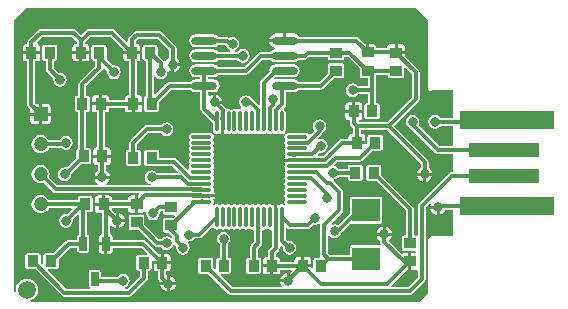
<source format=gtl>
G04 Layer_Physical_Order=1*
G04 Layer_Color=255*
%FSLAX25Y25*%
%MOIN*%
G70*
G01*
G75*
%ADD10R,0.03858X0.03661*%
%ADD11R,0.03661X0.03858*%
%ADD12R,0.09449X0.07480*%
%ADD13R,0.31496X0.05905*%
%ADD14R,0.23622X0.04724*%
%ADD15O,0.07087X0.01102*%
%ADD16O,0.01102X0.07087*%
%ADD17O,0.08661X0.02756*%
%ADD18R,0.02559X0.04528*%
%ADD19C,0.01200*%
%ADD20R,0.04724X0.04724*%
%ADD21C,0.04724*%
%ADD22C,0.03150*%
%ADD23C,0.05905*%
G36*
X116357Y86268D02*
Y83669D01*
X116411Y83396D01*
X116566Y83165D01*
X116798Y83010D01*
X117071Y82956D01*
X119206D01*
Y80326D01*
X115850D01*
X115640Y80640D01*
X114888Y81143D01*
X114000Y81319D01*
X113112Y81143D01*
X112360Y80640D01*
X111857Y79888D01*
X111681Y79000D01*
X111857Y78112D01*
X112360Y77360D01*
X113112Y76857D01*
X114000Y76681D01*
X114888Y76857D01*
X115640Y77360D01*
X115850Y77675D01*
X119206D01*
Y74643D01*
X118701D01*
X118428Y74589D01*
X118196Y74434D01*
X118041Y74202D01*
X117987Y73929D01*
Y70071D01*
X118041Y69798D01*
X118196Y69566D01*
X118428Y69411D01*
X118701Y69357D01*
X122362D01*
X122635Y69411D01*
X122867Y69566D01*
X123022Y69798D01*
X123076Y70071D01*
Y73929D01*
X123022Y74202D01*
X122867Y74434D01*
X122635Y74589D01*
X122362Y74643D01*
X121857D01*
Y79000D01*
Y83969D01*
X122000Y84143D01*
X125857D01*
Y83638D01*
X125911Y83365D01*
X126066Y83133D01*
X126298Y82978D01*
X126571Y82924D01*
X130429D01*
X130702Y82978D01*
X130934Y83133D01*
X131088Y83365D01*
X131143Y83638D01*
Y86361D01*
X131605Y86552D01*
X133675Y84483D01*
Y76549D01*
X125451Y68326D01*
X116226D01*
X116014Y68551D01*
X116231Y69051D01*
X116299D01*
X116689Y69129D01*
X117020Y69350D01*
X117241Y69681D01*
X117319Y70071D01*
Y71500D01*
X111618D01*
Y70071D01*
X111696Y69681D01*
X111917Y69350D01*
X112248Y69129D01*
X112638Y69051D01*
X113143D01*
Y68032D01*
X113244Y67524D01*
X113531Y67094D01*
X114143Y66483D01*
Y64449D01*
X113638D01*
X113248Y64371D01*
X112917Y64150D01*
X112696Y63819D01*
X112618Y63429D01*
Y62826D01*
X110500D01*
X109993Y62725D01*
X109563Y62437D01*
X104194Y57069D01*
X102597D01*
X102405Y57531D01*
X103129Y58254D01*
X103500Y58181D01*
X104388Y58357D01*
X105140Y58860D01*
X105643Y59612D01*
X105819Y60500D01*
X105643Y61388D01*
X105140Y62140D01*
X104388Y62643D01*
X103500Y62819D01*
X102890Y62698D01*
X102643Y63159D01*
X103937Y64453D01*
X104225Y64883D01*
X104270Y65113D01*
X104640Y65360D01*
X105143Y66112D01*
X105319Y67000D01*
X105143Y67888D01*
X104640Y68640D01*
X103888Y69143D01*
X103000Y69319D01*
X102112Y69143D01*
X101360Y68640D01*
X100857Y67888D01*
X100681Y67000D01*
X100857Y66112D01*
X101254Y65518D01*
X100052Y64317D01*
X99409Y64380D01*
X99394Y64402D01*
X98980Y64679D01*
X98492Y64776D01*
X92508D01*
X92020Y64679D01*
X91722Y64480D01*
X91362Y64840D01*
X91561Y65138D01*
X91658Y65626D01*
Y71610D01*
X91561Y72098D01*
X91284Y72512D01*
X91262Y72527D01*
X91199Y73171D01*
X91437Y73409D01*
X91725Y73839D01*
X91825Y74346D01*
Y78381D01*
X94339D01*
X95149Y78543D01*
X95837Y79002D01*
X95952Y79175D01*
X103532D01*
X104039Y79275D01*
X104469Y79563D01*
X107830Y82924D01*
X110429D01*
X110702Y82978D01*
X110934Y83133D01*
X111089Y83365D01*
X111143Y83638D01*
Y87299D01*
X111089Y87572D01*
X110934Y87804D01*
X110702Y87959D01*
X110429Y88013D01*
X106571D01*
X106298Y87959D01*
X106066Y87804D01*
X105912Y87572D01*
X105857Y87299D01*
Y84700D01*
X102982Y81826D01*
X95952D01*
X95837Y81998D01*
X95149Y82457D01*
X94339Y82619D01*
X88433D01*
X88143Y82561D01*
X87896Y83022D01*
X88285Y83411D01*
X88433Y83381D01*
X94339D01*
X95149Y83543D01*
X95837Y84002D01*
X96296Y84689D01*
X96457Y85500D01*
X96296Y86311D01*
X95837Y86998D01*
X95149Y87457D01*
X94339Y87619D01*
X88433D01*
X87622Y87457D01*
X86935Y86998D01*
X86476Y86311D01*
X86314Y85500D01*
X86366Y85241D01*
X83539Y82414D01*
X83252Y81984D01*
X83151Y81476D01*
Y74144D01*
X82689Y73953D01*
X80705Y75937D01*
X80533Y76052D01*
X80140Y76640D01*
X79388Y77143D01*
X78500Y77319D01*
X77612Y77143D01*
X76860Y76640D01*
X76357Y75888D01*
X76181Y75000D01*
X76357Y74112D01*
X76860Y73360D01*
X76893Y73338D01*
X76698Y72867D01*
X76602Y72886D01*
X76114Y72789D01*
X76002Y72714D01*
X75618Y72548D01*
X75234Y72714D01*
X75122Y72789D01*
X74634Y72886D01*
X74146Y72789D01*
X73732Y72512D01*
X73567D01*
X73154Y72789D01*
X72665Y72886D01*
X72177Y72789D01*
X71732Y73093D01*
X71634Y73240D01*
X70513Y74361D01*
X70531Y74500D01*
X68000D01*
Y75000D01*
X67500D01*
Y77531D01*
X67328Y77508D01*
X66702Y77249D01*
X66440Y77048D01*
X65940Y77295D01*
Y78381D01*
X67567D01*
X68378Y78543D01*
X69065Y79002D01*
X69524Y79689D01*
X69686Y80500D01*
X69524Y81311D01*
X69065Y81998D01*
X68378Y82457D01*
X67567Y82619D01*
X65940D01*
Y83381D01*
X67567D01*
X68378Y83543D01*
X69065Y84002D01*
X69180Y84175D01*
X78500D01*
X79007Y84275D01*
X79437Y84563D01*
X84049Y89174D01*
X86820D01*
X86935Y89002D01*
X87622Y88543D01*
X88433Y88381D01*
X94339D01*
X95149Y88543D01*
X95837Y89002D01*
X95952Y89174D01*
X98000D01*
X98507Y89275D01*
X98937Y89563D01*
X99581Y90206D01*
X105857D01*
Y89701D01*
X105912Y89428D01*
X106066Y89196D01*
X106298Y89041D01*
X106571Y88987D01*
X110429D01*
X110702Y89041D01*
X110934Y89196D01*
X111089Y89428D01*
X111143Y89701D01*
Y90206D01*
X112419D01*
X116357Y86268D01*
D02*
G37*
G36*
X139000Y102500D02*
Y79500D01*
X140000Y78500D01*
X140500Y79000D01*
X147500D01*
Y69826D01*
X143350D01*
X143140Y70140D01*
X142388Y70643D01*
X141500Y70819D01*
X140612Y70643D01*
X139860Y70140D01*
X139357Y69388D01*
X139181Y68500D01*
X139357Y67612D01*
X139860Y66860D01*
X140612Y66357D01*
X141500Y66181D01*
X142388Y66357D01*
X143140Y66860D01*
X143350Y67175D01*
X147500D01*
Y60325D01*
X143049D01*
X135990Y67384D01*
X136143Y67612D01*
X136319Y68500D01*
X136143Y69388D01*
X135640Y70140D01*
X134888Y70643D01*
X134000Y70819D01*
X133112Y70643D01*
X132360Y70140D01*
X131857Y69388D01*
X131681Y68500D01*
X131857Y67612D01*
X132360Y66860D01*
X133112Y66357D01*
X133307Y66319D01*
X141563Y58063D01*
X141993Y57775D01*
X142500Y57674D01*
X147500D01*
Y51825D01*
X147000D01*
X146493Y51725D01*
X146063Y51437D01*
X136063Y41437D01*
X135775Y41007D01*
X135675Y40500D01*
Y30807D01*
X135210Y30526D01*
X135175Y30527D01*
X134929Y30576D01*
X134326D01*
Y39531D01*
X134225Y40039D01*
X133937Y40469D01*
X123576Y50830D01*
Y53429D01*
X123522Y53702D01*
X123367Y53934D01*
X123135Y54088D01*
X122862Y54143D01*
X119201D01*
X118928Y54088D01*
X118696Y53934D01*
X118541Y53702D01*
X118487Y53429D01*
Y49571D01*
X118541Y49298D01*
X118696Y49066D01*
X118928Y48911D01*
X119201Y48857D01*
X121800D01*
X131675Y38982D01*
Y30576D01*
X131071D01*
X130798Y30522D01*
X130566Y30367D01*
X130412Y30135D01*
X130357Y29862D01*
Y26201D01*
X130412Y25928D01*
X130566Y25696D01*
X130798Y25541D01*
X131071Y25487D01*
X134903D01*
X134944Y25474D01*
X135303Y25150D01*
X134929Y24819D01*
X133500D01*
Y21969D01*
Y19118D01*
X134929D01*
X135175Y19167D01*
X135572Y18937D01*
X135675Y18832D01*
Y16549D01*
X132451Y13326D01*
X126939D01*
X126732Y13826D01*
X132024Y19118D01*
X132500D01*
Y21969D01*
Y24819D01*
X131071D01*
X130681Y24741D01*
X130352Y24522D01*
X126251Y28624D01*
X126283Y29123D01*
X126336Y29164D01*
X126749Y29702D01*
X127008Y30328D01*
X127031Y30500D01*
X121969D01*
X121992Y30328D01*
X122251Y29702D01*
X122664Y29164D01*
X123175Y28772D01*
Y28500D01*
X123275Y27993D01*
X123415Y27784D01*
X123315Y27537D01*
X123129Y27312D01*
X113776D01*
X113503Y27258D01*
X113271Y27103D01*
X113116Y26871D01*
X113062Y26598D01*
Y24184D01*
X106407D01*
X105825Y24766D01*
Y30260D01*
X106325Y30412D01*
X106360Y30360D01*
X107112Y29857D01*
X108000Y29681D01*
X108888Y29857D01*
X109640Y30360D01*
X110143Y31112D01*
X110181Y31307D01*
X113486Y34611D01*
X113503Y34600D01*
X113776Y34546D01*
X123224D01*
X123497Y34600D01*
X123729Y34755D01*
X123884Y34987D01*
X123938Y35260D01*
Y42740D01*
X123884Y43013D01*
X123729Y43245D01*
X123497Y43400D01*
X123224Y43454D01*
X113776D01*
X113503Y43400D01*
X113271Y43245D01*
X113116Y43013D01*
X113062Y42740D01*
Y37936D01*
X109116Y33990D01*
X108888Y34143D01*
X108000Y34319D01*
X107252Y34171D01*
X106993Y34619D01*
X110437Y38063D01*
X110725Y38493D01*
X110826Y39000D01*
Y45000D01*
X110725Y45507D01*
X110437Y45937D01*
X107670Y48705D01*
X107834Y49247D01*
X108388Y49357D01*
X109140Y49860D01*
X109350Y50174D01*
X112424D01*
Y49571D01*
X112478Y49298D01*
X112633Y49066D01*
X112865Y48911D01*
X113138Y48857D01*
X116799D01*
X117072Y48911D01*
X117304Y49066D01*
X117459Y49298D01*
X117513Y49571D01*
Y53429D01*
X117459Y53702D01*
X117304Y53934D01*
X117072Y54088D01*
X116799Y54143D01*
X113138D01*
X112865Y54088D01*
X112633Y53934D01*
X112478Y53702D01*
X112424Y53429D01*
Y52825D01*
X109350D01*
X109140Y53140D01*
X108388Y53643D01*
X108127Y53695D01*
X107982Y54173D01*
X108983Y55174D01*
X116532D01*
X117039Y55275D01*
X117469Y55563D01*
X120763Y58857D01*
X123362D01*
X123635Y58912D01*
X123867Y59066D01*
X124022Y59298D01*
X124076Y59571D01*
Y63429D01*
X124022Y63702D01*
X123867Y63934D01*
X123635Y64088D01*
X123362Y64143D01*
X119701D01*
X119428Y64088D01*
X119196Y63934D01*
X119041Y63702D01*
X118987Y63429D01*
Y61071D01*
X118819Y60945D01*
X118708Y61000D01*
X115469D01*
Y62000D01*
X118319D01*
Y63429D01*
X118241Y63819D01*
X118020Y64150D01*
X117689Y64371D01*
X117299Y64449D01*
X116794D01*
Y65675D01*
X125451D01*
X136674Y54451D01*
Y53228D01*
X136164Y52836D01*
X135751Y52298D01*
X135492Y51672D01*
X135469Y51500D01*
X140531D01*
X140508Y51672D01*
X140249Y52298D01*
X139836Y52836D01*
X139325Y53228D01*
Y55000D01*
X139225Y55507D01*
X138937Y55937D01*
X127875Y67000D01*
X135937Y75063D01*
X136225Y75493D01*
X136326Y76000D01*
Y85031D01*
X136225Y85539D01*
X135937Y85969D01*
X131449Y90457D01*
Y91031D01*
X128500D01*
Y91531D01*
X128000D01*
Y94382D01*
X126571D01*
X126181Y94304D01*
X125850Y94083D01*
X125629Y93752D01*
X125551Y93362D01*
Y92888D01*
X121949D01*
Y93394D01*
X121871Y93784D01*
X121650Y94115D01*
X121319Y94336D01*
X120929Y94413D01*
X119500D01*
Y91563D01*
X118500D01*
Y94413D01*
X118024D01*
X116000Y96437D01*
X115570Y96725D01*
X115063Y96825D01*
X96313D01*
X96053Y97214D01*
X95266Y97740D01*
X94339Y97925D01*
X91886D01*
Y95500D01*
X91386D01*
Y95000D01*
X86108D01*
X86193Y94572D01*
X86719Y93786D01*
X87505Y93260D01*
X88300Y93102D01*
Y92592D01*
X87622Y92457D01*
X86935Y91998D01*
X86820Y91825D01*
X83500D01*
X82993Y91725D01*
X82563Y91437D01*
X77951Y86826D01*
X69180D01*
X69065Y86998D01*
X68378Y87457D01*
X67567Y87619D01*
X61661D01*
X60851Y87457D01*
X60163Y86998D01*
X59704Y86311D01*
X59543Y85500D01*
X59704Y84689D01*
X60163Y84002D01*
X60851Y83543D01*
X61661Y83381D01*
X63289D01*
Y82619D01*
X61661D01*
X60851Y82457D01*
X60163Y81998D01*
X60048Y81826D01*
X53031D01*
X52524Y81725D01*
X52094Y81437D01*
X48287Y77630D01*
X47826Y77822D01*
Y83260D01*
X48325Y83412D01*
X48360Y83360D01*
X49112Y82857D01*
X50000Y82681D01*
X50888Y82857D01*
X51640Y83360D01*
X52143Y84112D01*
X52305Y84925D01*
X52494Y85081D01*
X52786Y85216D01*
X53328Y84992D01*
X53500Y84969D01*
Y87500D01*
X54000D01*
Y88000D01*
X56531D01*
X56508Y88172D01*
X56249Y88798D01*
X55836Y89336D01*
X55326Y89728D01*
Y93000D01*
X55225Y93507D01*
X54937Y93937D01*
X50437Y98437D01*
X50007Y98725D01*
X49500Y98826D01*
X42000D01*
X41493Y98725D01*
X41063Y98437D01*
X39500Y96874D01*
X39212Y96444D01*
X39112Y95937D01*
Y95353D01*
X38650Y95162D01*
X34874Y98937D01*
X34444Y99225D01*
X33937Y99326D01*
X26000D01*
X25493Y99225D01*
X25063Y98937D01*
X23500Y97374D01*
X21937Y98937D01*
X21507Y99225D01*
X21000Y99326D01*
X10000D01*
X9493Y99225D01*
X9063Y98937D01*
X6031Y95906D01*
X5744Y95476D01*
X5643Y94968D01*
Y94449D01*
X5138D01*
X4748Y94371D01*
X4417Y94150D01*
X4196Y93819D01*
X4118Y93429D01*
Y92000D01*
X9819D01*
Y93429D01*
X9741Y93819D01*
X9520Y94150D01*
X9189Y94371D01*
X8992Y94410D01*
X8793Y94919D01*
X10549Y96675D01*
X20451D01*
X22111Y95014D01*
Y94449D01*
X21606D01*
X21216Y94371D01*
X20885Y94150D01*
X20664Y93819D01*
X20587Y93429D01*
Y92000D01*
X26287D01*
Y93429D01*
X26210Y93819D01*
X25989Y94150D01*
X25658Y94371D01*
X25268Y94449D01*
X24909D01*
X24823Y94949D01*
X26549Y96675D01*
X33388D01*
X37587Y92476D01*
Y92000D01*
X43287D01*
Y93429D01*
X43210Y93819D01*
X42989Y94150D01*
X42658Y94371D01*
X42268Y94449D01*
X41763D01*
Y95388D01*
X42549Y96175D01*
X48951D01*
X52675Y92451D01*
Y89728D01*
X52164Y89336D01*
X51751Y88798D01*
X51688Y88646D01*
X51591Y88617D01*
X51141Y88632D01*
X50937Y88937D01*
X49044Y90830D01*
Y93429D01*
X48990Y93702D01*
X48835Y93934D01*
X48604Y94089D01*
X48331Y94143D01*
X44669D01*
X44396Y94089D01*
X44165Y93934D01*
X44010Y93702D01*
X43956Y93429D01*
Y89571D01*
X44010Y89298D01*
X44165Y89066D01*
X44396Y88911D01*
X44669Y88857D01*
X45175D01*
Y77138D01*
X44928Y77088D01*
X44696Y76934D01*
X44541Y76702D01*
X44487Y76429D01*
Y72571D01*
X44541Y72298D01*
X44696Y72066D01*
X44928Y71912D01*
X45201Y71857D01*
X48862D01*
X49135Y71912D01*
X49367Y72066D01*
X49522Y72298D01*
X49576Y72571D01*
Y75170D01*
X53580Y79175D01*
X60048D01*
X60163Y79002D01*
X60851Y78543D01*
X61661Y78381D01*
X63289D01*
Y72732D01*
X63390Y72225D01*
X63677Y71795D01*
X67453Y68019D01*
Y65626D01*
X67550Y65138D01*
X67749Y64840D01*
X67388Y64480D01*
X67090Y64679D01*
X66602Y64776D01*
X60618D01*
X60130Y64679D01*
X59716Y64402D01*
X59439Y63988D01*
X59342Y63500D01*
X59439Y63012D01*
X59716Y62598D01*
Y62433D01*
X59439Y62020D01*
X59342Y61532D01*
X59439Y61043D01*
X59716Y60629D01*
Y60465D01*
X59439Y60051D01*
X59342Y59563D01*
X59439Y59075D01*
X59716Y58661D01*
Y58496D01*
X59439Y58083D01*
X59342Y57595D01*
X59439Y57106D01*
X59716Y56692D01*
Y56528D01*
X59439Y56114D01*
X59342Y55626D01*
X59439Y55138D01*
X59716Y54724D01*
Y54559D01*
X59439Y54146D01*
X59342Y53658D01*
X59439Y53169D01*
X59514Y53057D01*
X59569Y52931D01*
X59403Y52619D01*
X58838Y52536D01*
X55437Y55937D01*
X55007Y56225D01*
X54500Y56326D01*
X49576D01*
Y58429D01*
X49522Y58702D01*
X49367Y58934D01*
X49135Y59088D01*
X48862Y59143D01*
X45201D01*
X44928Y59088D01*
X44696Y58934D01*
X44541Y58702D01*
X44487Y58429D01*
Y54571D01*
X44541Y54298D01*
X44696Y54066D01*
X44928Y53912D01*
X45201Y53857D01*
X47902D01*
X48024Y53775D01*
X48531Y53675D01*
X53951D01*
X55838Y51787D01*
X55647Y51326D01*
X48850D01*
X48640Y51640D01*
X47888Y52143D01*
X47000Y52319D01*
X46112Y52143D01*
X45360Y51640D01*
X44857Y50888D01*
X44681Y50000D01*
X44857Y49112D01*
X45360Y48360D01*
X46112Y47857D01*
X46771Y47726D01*
X46721Y47226D01*
X31839D01*
X31739Y47726D01*
X31798Y47751D01*
X32336Y48164D01*
X32749Y48702D01*
X33009Y49328D01*
X33031Y49500D01*
X27969D01*
X27992Y49328D01*
X28251Y48702D01*
X28664Y48164D01*
X29201Y47751D01*
X29261Y47726D01*
X29162Y47226D01*
X15648D01*
X12893Y49982D01*
X12983Y50201D01*
X13089Y51000D01*
X12983Y51799D01*
X12675Y52544D01*
X12184Y53184D01*
X11544Y53675D01*
X10799Y53983D01*
X10000Y54089D01*
X9201Y53983D01*
X8456Y53675D01*
X7816Y53184D01*
X7325Y52544D01*
X7017Y51799D01*
X6911Y51000D01*
X7017Y50201D01*
X7325Y49456D01*
X7816Y48816D01*
X8456Y48325D01*
X9201Y48017D01*
X10000Y47911D01*
X10799Y48017D01*
X11018Y48107D01*
X14162Y44963D01*
X14592Y44676D01*
X15099Y44575D01*
X42686D01*
X42933Y44075D01*
X42786Y43882D01*
X42500D01*
Y41032D01*
Y38181D01*
X43929D01*
X44319Y38259D01*
X44650Y38480D01*
X44815Y38727D01*
X45287Y38532D01*
X45181Y38000D01*
X45357Y37112D01*
X45860Y36360D01*
X46612Y35857D01*
X47500Y35681D01*
X48388Y35857D01*
X49140Y36360D01*
X49643Y37112D01*
X49819Y38000D01*
X49761Y38294D01*
X50098Y38675D01*
X50857D01*
Y38169D01*
X50911Y37896D01*
X51066Y37665D01*
X51298Y37510D01*
X51571Y37456D01*
X54491D01*
X54682Y36994D01*
X54170Y36481D01*
X51571D01*
X51298Y36427D01*
X51066Y36272D01*
X50911Y36041D01*
X50857Y35768D01*
Y32106D01*
X50911Y31833D01*
X51066Y31602D01*
X51298Y31447D01*
X51571Y31393D01*
X52733D01*
X53935Y30190D01*
X53904Y30065D01*
X53333Y29845D01*
X52888Y30143D01*
X52000Y30319D01*
X51112Y30143D01*
X50360Y29640D01*
X50150Y29326D01*
X49518D01*
X44643Y34200D01*
Y36799D01*
X44589Y37072D01*
X44434Y37304D01*
X44202Y37459D01*
X43929Y37513D01*
X40071D01*
X39798Y37459D01*
X39566Y37304D01*
X39412Y37072D01*
X39357Y36799D01*
Y33138D01*
X39412Y32865D01*
X39566Y32633D01*
X39798Y32478D01*
X40071Y32424D01*
X42670D01*
X48031Y27063D01*
X48461Y26775D01*
X48968Y26675D01*
X50150D01*
X50360Y26360D01*
X51112Y25857D01*
X52000Y25681D01*
X52888Y25857D01*
X53640Y26360D01*
X54143Y27112D01*
X54186Y27330D01*
X54723Y27468D01*
X55265Y26926D01*
X55181Y26500D01*
X55357Y25612D01*
X55860Y24860D01*
X56612Y24357D01*
X57500Y24181D01*
X58388Y24357D01*
X59140Y24860D01*
X59643Y25612D01*
X59819Y26500D01*
X59643Y27388D01*
X59140Y28140D01*
X59136Y28143D01*
X59331Y28614D01*
X59625Y28555D01*
X60513Y28732D01*
X61265Y29235D01*
X61475Y29549D01*
X62875D01*
X63382Y29650D01*
X63812Y29938D01*
X67086Y33211D01*
X67662Y33080D01*
X67826Y32834D01*
X68240Y32558D01*
X68728Y32460D01*
X69217Y32558D01*
X69328Y32632D01*
X69713Y32799D01*
X70097Y32632D01*
X70209Y32558D01*
X70697Y32460D01*
X71185Y32558D01*
X71297Y32632D01*
X71681Y32799D01*
X72065Y32632D01*
X72177Y32558D01*
X72665Y32460D01*
X73154Y32558D01*
X73567Y32834D01*
X73732D01*
X74146Y32558D01*
X74634Y32460D01*
X75122Y32558D01*
X75234Y32632D01*
X75618Y32799D01*
X76002Y32632D01*
X76114Y32558D01*
X76602Y32460D01*
X77091Y32558D01*
X77202Y32632D01*
X77587Y32799D01*
X77971Y32632D01*
X78083Y32558D01*
X78571Y32460D01*
X79059Y32558D01*
X79171Y32632D01*
X79555Y32799D01*
X79939Y32632D01*
X80051Y32558D01*
X80539Y32460D01*
X80682Y32489D01*
X81182Y32105D01*
Y28557D01*
X80063Y27437D01*
X79775Y27007D01*
X79675Y26500D01*
Y23143D01*
X79169D01*
X78896Y23088D01*
X78665Y22934D01*
X78510Y22702D01*
X78456Y22429D01*
Y18571D01*
X78510Y18298D01*
X78665Y18066D01*
X78896Y17911D01*
X79169Y17857D01*
X82831D01*
X83104Y17911D01*
X83335Y18066D01*
X83490Y18298D01*
X83544Y18571D01*
Y22429D01*
X83490Y22702D01*
X83335Y22934D01*
X83104Y23088D01*
X82831Y23143D01*
X82326D01*
Y25951D01*
X83445Y27071D01*
X83732Y27501D01*
X83833Y28008D01*
Y32105D01*
X84333Y32489D01*
X84476Y32460D01*
X84965Y32558D01*
X85076Y32632D01*
X85461Y32799D01*
X85845Y32632D01*
X85957Y32558D01*
X86445Y32460D01*
X86588Y32489D01*
X87088Y32105D01*
Y26962D01*
X86126Y26000D01*
X85838Y25570D01*
X85738Y25063D01*
Y23449D01*
X85232D01*
X84842Y23371D01*
X84511Y23150D01*
X84290Y22819D01*
X84213Y22429D01*
Y21000D01*
X87063D01*
Y20500D01*
X87563D01*
Y17551D01*
X88894D01*
X89284Y17629D01*
X89615Y17850D01*
X89836Y18181D01*
X89913Y18571D01*
Y19174D01*
X93584D01*
X93775Y18713D01*
X93083Y18020D01*
X93000Y18031D01*
Y15500D01*
X92500D01*
Y15000D01*
X89969D01*
X89991Y14828D01*
X90251Y14201D01*
X90539Y13826D01*
X90325Y13326D01*
X74049D01*
X69979Y17395D01*
X70171Y17857D01*
X72894D01*
X73167Y17911D01*
X73398Y18066D01*
X73553Y18298D01*
X73607Y18571D01*
Y22429D01*
X73553Y22702D01*
X73398Y22934D01*
X73167Y23088D01*
X72894Y23143D01*
X72325D01*
Y27650D01*
X72640Y27860D01*
X73143Y28612D01*
X73319Y29500D01*
X73143Y30388D01*
X72640Y31140D01*
X71888Y31643D01*
X71000Y31819D01*
X70112Y31643D01*
X69360Y31140D01*
X68857Y30388D01*
X68681Y29500D01*
X68857Y28612D01*
X69360Y27860D01*
X69674Y27650D01*
Y23143D01*
X69232D01*
X68959Y23088D01*
X68728Y22934D01*
X68573Y22702D01*
X68519Y22429D01*
Y19509D01*
X68057Y19318D01*
X67544Y19830D01*
Y22429D01*
X67490Y22702D01*
X67335Y22934D01*
X67104Y23088D01*
X66831Y23143D01*
X63169D01*
X62896Y23088D01*
X62665Y22934D01*
X62510Y22702D01*
X62456Y22429D01*
Y18571D01*
X62510Y18298D01*
X62665Y18066D01*
X62896Y17911D01*
X63169Y17857D01*
X65768D01*
X72563Y11063D01*
X72993Y10775D01*
X73500Y10674D01*
X133000D01*
X133507Y10775D01*
X133937Y11063D01*
X137937Y15063D01*
X138225Y15493D01*
X138326Y16000D01*
Y39951D01*
X139736Y41361D01*
X140159Y41078D01*
X139991Y40672D01*
X139969Y40500D01*
X142500D01*
Y40000D01*
X143000D01*
Y37469D01*
X143172Y37492D01*
X143798Y37751D01*
X144336Y38164D01*
X144749Y38702D01*
X144945Y39175D01*
X147500D01*
Y30500D01*
X140000D01*
X139000Y29500D01*
Y11500D01*
X136000Y8500D01*
X6695D01*
X6595Y9000D01*
X7342Y9309D01*
X8105Y9895D01*
X8691Y10658D01*
X9059Y11546D01*
X9184Y12500D01*
X9059Y13454D01*
X8691Y14342D01*
X8105Y15105D01*
X7342Y15691D01*
X6454Y16059D01*
X5500Y16184D01*
X4546Y16059D01*
X3658Y15691D01*
X2895Y15105D01*
X2309Y14342D01*
X1941Y13454D01*
X1816Y12500D01*
X1908Y11799D01*
X1434Y11566D01*
X1000Y12000D01*
Y102500D01*
X5000Y106500D01*
X135000D01*
X139000Y102500D01*
D02*
G37*
G36*
X71197Y64144D02*
X71302Y64165D01*
X71815Y64508D01*
X71899Y64633D01*
X72177Y64447D01*
X72665Y64350D01*
X73154Y64447D01*
X73567Y64724D01*
X73732D01*
X74146Y64447D01*
X74634Y64350D01*
X75122Y64447D01*
X75234Y64522D01*
X75618Y64688D01*
X76002Y64522D01*
X76114Y64447D01*
X76602Y64350D01*
X77091Y64447D01*
X77202Y64522D01*
X77587Y64688D01*
X77971Y64522D01*
X78083Y64447D01*
X78571Y64350D01*
X79059Y64447D01*
X79171Y64522D01*
X79555Y64688D01*
X79939Y64522D01*
X80051Y64447D01*
X80539Y64350D01*
X81028Y64447D01*
X81139Y64522D01*
X81524Y64688D01*
X81908Y64522D01*
X82020Y64447D01*
X82508Y64350D01*
X82996Y64447D01*
X83410Y64724D01*
X83574D01*
X83988Y64447D01*
X84476Y64350D01*
X84965Y64447D01*
X85378Y64724D01*
X85543D01*
X85957Y64447D01*
X86445Y64350D01*
X86933Y64447D01*
X87347Y64724D01*
X87511D01*
X87925Y64447D01*
X88413Y64350D01*
X88902Y64447D01*
X89013Y64522D01*
X89398Y64688D01*
X89782Y64522D01*
X89894Y64447D01*
X90382Y64350D01*
X90870Y64447D01*
X91168Y64646D01*
X91528Y64286D01*
X91329Y63988D01*
X91232Y63500D01*
X91329Y63012D01*
X91606Y62598D01*
Y62433D01*
X91329Y62020D01*
X91232Y61532D01*
X91329Y61043D01*
X91404Y60931D01*
X91570Y60547D01*
X91404Y60163D01*
X91329Y60051D01*
X91232Y59563D01*
X91329Y59075D01*
X91404Y58963D01*
X91570Y58579D01*
X91404Y58195D01*
X91329Y58083D01*
X91232Y57595D01*
X91329Y57106D01*
X91515Y56828D01*
X91390Y56744D01*
X91047Y56231D01*
X91026Y56126D01*
X95500D01*
Y55126D01*
X91026D01*
X91047Y55021D01*
X91390Y54508D01*
X91515Y54424D01*
X91329Y54146D01*
X91232Y53658D01*
X91329Y53169D01*
X91404Y53057D01*
X91570Y52673D01*
X91404Y52289D01*
X91329Y52177D01*
X91232Y51689D01*
X91329Y51201D01*
X91606Y50787D01*
Y50622D01*
X91329Y50209D01*
X91232Y49720D01*
X91329Y49232D01*
X91404Y49121D01*
X91570Y48736D01*
X91404Y48352D01*
X91329Y48240D01*
X91232Y47752D01*
X91329Y47264D01*
X91404Y47152D01*
X91570Y46768D01*
X91404Y46383D01*
X91329Y46272D01*
X91232Y45783D01*
X91329Y45295D01*
X91404Y45184D01*
X91570Y44799D01*
X91404Y44415D01*
X91329Y44303D01*
X91232Y43815D01*
X91329Y43327D01*
X91404Y43215D01*
X91570Y42831D01*
X91404Y42446D01*
X91329Y42335D01*
X91232Y41846D01*
X91329Y41358D01*
X91528Y41061D01*
X91168Y40700D01*
X90870Y40899D01*
X90382Y40996D01*
X89894Y40899D01*
X89616Y40713D01*
X89532Y40839D01*
X89019Y41182D01*
X88913Y41203D01*
Y36728D01*
X87913D01*
Y41203D01*
X87808Y41182D01*
X87295Y40839D01*
X87211Y40713D01*
X86933Y40899D01*
X86445Y40996D01*
X85957Y40899D01*
X85845Y40824D01*
X85461Y40658D01*
X85076Y40824D01*
X84965Y40899D01*
X84476Y40996D01*
X83988Y40899D01*
X83876Y40824D01*
X83492Y40658D01*
X83108Y40824D01*
X82996Y40899D01*
X82508Y40996D01*
X82020Y40899D01*
X81908Y40824D01*
X81524Y40658D01*
X81139Y40824D01*
X81028Y40899D01*
X80539Y40996D01*
X80051Y40899D01*
X79939Y40824D01*
X79555Y40658D01*
X79171Y40824D01*
X79059Y40899D01*
X78571Y40996D01*
X78083Y40899D01*
X77971Y40824D01*
X77587Y40658D01*
X77202Y40824D01*
X77091Y40899D01*
X76602Y40996D01*
X76114Y40899D01*
X76002Y40824D01*
X75618Y40658D01*
X75234Y40824D01*
X75122Y40899D01*
X74634Y40996D01*
X74146Y40899D01*
X73732Y40622D01*
X73567D01*
X73154Y40899D01*
X72665Y40996D01*
X72177Y40899D01*
X72065Y40824D01*
X71681Y40658D01*
X71297Y40824D01*
X71185Y40899D01*
X70697Y40996D01*
X70209Y40899D01*
X70097Y40824D01*
X69713Y40658D01*
X69328Y40824D01*
X69217Y40899D01*
X68728Y40996D01*
X68240Y40899D01*
X67943Y40700D01*
X67582Y41061D01*
X67781Y41358D01*
X67878Y41846D01*
X67781Y42335D01*
X67595Y42613D01*
X67721Y42697D01*
X68063Y43210D01*
X68085Y43315D01*
X63610D01*
Y44315D01*
X68085D01*
X68063Y44420D01*
X67721Y44933D01*
X67595Y45017D01*
X67781Y45295D01*
X67878Y45783D01*
X67781Y46272D01*
X67504Y46685D01*
Y46850D01*
X67781Y47264D01*
X67878Y47752D01*
X67781Y48240D01*
X67504Y48654D01*
Y48818D01*
X67781Y49232D01*
X67878Y49720D01*
X67781Y50209D01*
X67504Y50622D01*
Y50787D01*
X67781Y51201D01*
X67878Y51689D01*
X67781Y52177D01*
X67706Y52289D01*
X67540Y52673D01*
X67706Y53057D01*
X67781Y53169D01*
X67878Y53658D01*
X67781Y54146D01*
X67504Y54559D01*
Y54724D01*
X67781Y55138D01*
X67878Y55626D01*
X67781Y56114D01*
X67504Y56528D01*
Y56692D01*
X67781Y57106D01*
X67878Y57595D01*
X67781Y58083D01*
X67504Y58496D01*
Y58661D01*
X67781Y59075D01*
X67878Y59563D01*
X67781Y60051D01*
X67504Y60465D01*
Y60629D01*
X67781Y61043D01*
X67878Y61532D01*
X67781Y62020D01*
X67504Y62433D01*
Y62598D01*
X67781Y63012D01*
X67878Y63500D01*
X67781Y63988D01*
X67582Y64286D01*
X67943Y64646D01*
X68240Y64447D01*
X68728Y64350D01*
X69217Y64447D01*
X69495Y64633D01*
X69578Y64508D01*
X70092Y64165D01*
X70197Y64144D01*
Y68618D01*
X71197D01*
Y64144D01*
D02*
G37*
G36*
X103239Y34325D02*
X103174Y34000D01*
Y24216D01*
X103275Y23709D01*
X103320Y23643D01*
X103053Y23143D01*
X101669D01*
X101396Y23088D01*
X101165Y22934D01*
X101010Y22702D01*
X100956Y22429D01*
Y19889D01*
X100456Y19639D01*
X100287Y19765D01*
Y20000D01*
X97437D01*
Y20500D01*
X96937D01*
Y23449D01*
X95606D01*
X95216Y23371D01*
X94885Y23150D01*
X94664Y22819D01*
X94587Y22429D01*
Y21825D01*
X89913D01*
Y22429D01*
X89836Y22819D01*
X89615Y23150D01*
X89284Y23371D01*
X88894Y23449D01*
X88389D01*
Y24514D01*
X89351Y25476D01*
X89638Y25906D01*
X89739Y26413D01*
Y26853D01*
X90190Y27068D01*
X90710Y26648D01*
X90681Y26500D01*
X90857Y25612D01*
X91360Y24860D01*
X92112Y24357D01*
X93000Y24181D01*
X93888Y24357D01*
X94640Y24860D01*
X95143Y25612D01*
X95319Y26500D01*
X95143Y27388D01*
X94640Y28140D01*
X93888Y28643D01*
X93000Y28819D01*
X92390Y28698D01*
X91707Y29251D01*
Y32875D01*
X91985Y32990D01*
X92207Y33040D01*
X92603Y32775D01*
X93110Y32675D01*
X99000D01*
X99507Y32775D01*
X99937Y33063D01*
X101129Y34254D01*
X101500Y34181D01*
X102388Y34357D01*
X102807Y34637D01*
X103239Y34325D01*
D02*
G37*
%LPC*%
G36*
X68500Y77531D02*
Y75500D01*
X70531D01*
X70508Y75672D01*
X70249Y76298D01*
X69836Y76836D01*
X69298Y77249D01*
X68672Y77508D01*
X68500Y77531D01*
D02*
G37*
G36*
X116299Y74949D02*
X114969D01*
Y72500D01*
X117319D01*
Y73929D01*
X117241Y74319D01*
X117020Y74650D01*
X116689Y74871D01*
X116299Y74949D01*
D02*
G37*
G36*
X113969D02*
X112638D01*
X112248Y74871D01*
X111917Y74650D01*
X111696Y74319D01*
X111618Y73929D01*
Y72500D01*
X113969D01*
Y74949D01*
D02*
G37*
G36*
X38031Y35000D02*
X36000D01*
Y32969D01*
X36172Y32991D01*
X36799Y33251D01*
X37336Y33664D01*
X37749Y34201D01*
X38008Y34828D01*
X38031Y35000D01*
D02*
G37*
G36*
X142000Y39500D02*
X139969D01*
X139991Y39328D01*
X140251Y38702D01*
X140664Y38164D01*
X141201Y37751D01*
X141828Y37492D01*
X142000Y37469D01*
Y39500D01*
D02*
G37*
G36*
X36000Y38031D02*
Y36000D01*
X38031D01*
X38008Y36172D01*
X37749Y36799D01*
X37336Y37336D01*
X36799Y37749D01*
X36172Y38008D01*
X36000Y38031D01*
D02*
G37*
G36*
X10000Y44089D02*
X9201Y43983D01*
X8456Y43675D01*
X7816Y43184D01*
X7325Y42544D01*
X7017Y41799D01*
X6911Y41000D01*
X7017Y40201D01*
X7325Y39456D01*
X7816Y38816D01*
X8456Y38325D01*
X9201Y38017D01*
X10000Y37911D01*
X10799Y38017D01*
X11544Y38325D01*
X12184Y38816D01*
X12675Y39456D01*
X12765Y39674D01*
X20147D01*
X20338Y39213D01*
X18871Y37746D01*
X18500Y37819D01*
X17612Y37643D01*
X16860Y37140D01*
X16357Y36388D01*
X16181Y35500D01*
X16357Y34612D01*
X16860Y33860D01*
X17612Y33357D01*
X18500Y33181D01*
X19388Y33357D01*
X20140Y33860D01*
X20643Y34612D01*
X20819Y35500D01*
X20746Y35871D01*
X22472Y37598D01*
X22934Y37407D01*
Y30775D01*
X22707Y30730D01*
X22476Y30575D01*
X22321Y30344D01*
X22267Y30071D01*
Y29133D01*
X19339D01*
X18831Y29032D01*
X18401Y28744D01*
X14300Y24643D01*
X11701D01*
X11428Y24588D01*
X11196Y24434D01*
X11041Y24202D01*
X10987Y23929D01*
Y21009D01*
X10525Y20818D01*
X10013Y21330D01*
Y23929D01*
X9959Y24202D01*
X9804Y24434D01*
X9572Y24588D01*
X9299Y24643D01*
X5638D01*
X5365Y24588D01*
X5133Y24434D01*
X4978Y24202D01*
X4924Y23929D01*
Y20071D01*
X4978Y19798D01*
X5133Y19566D01*
X5365Y19411D01*
X5638Y19357D01*
X8237D01*
X17031Y10563D01*
X17461Y10275D01*
X17968Y10175D01*
X39500D01*
X40007Y10275D01*
X40437Y10563D01*
X45406Y15531D01*
X45693Y15961D01*
X45794Y16468D01*
Y18857D01*
X46299D01*
X46572Y18912D01*
X46804Y19066D01*
X46959Y19298D01*
X47013Y19571D01*
Y22111D01*
X47513Y22361D01*
X47681Y22235D01*
Y22000D01*
X50032D01*
Y24449D01*
X49457D01*
X45162Y28744D01*
X44732Y29032D01*
X44224Y29133D01*
X34039D01*
Y30071D01*
X33962Y30461D01*
X33741Y30792D01*
X33410Y31013D01*
X33066Y31081D01*
Y33622D01*
X33566Y33791D01*
X33664Y33664D01*
X34201Y33251D01*
X34828Y32991D01*
X35000Y32969D01*
Y35500D01*
Y38031D01*
X34861Y38013D01*
X33843Y39032D01*
X33850Y39071D01*
Y39674D01*
X39051D01*
Y39201D01*
X39129Y38811D01*
X39350Y38480D01*
X39681Y38259D01*
X40071Y38181D01*
X41500D01*
Y41032D01*
Y43882D01*
X40071D01*
X39681Y43804D01*
X39350Y43583D01*
X39129Y43252D01*
X39051Y42862D01*
Y42325D01*
X33850D01*
Y42929D01*
X33773Y43319D01*
X33552Y43650D01*
X33221Y43871D01*
X32831Y43949D01*
X31500D01*
Y41000D01*
X31000D01*
Y40500D01*
X28150D01*
Y39071D01*
X28227Y38681D01*
X28448Y38350D01*
X28779Y38129D01*
X29169Y38051D01*
X30415D01*
Y31081D01*
X30070Y31013D01*
X29740Y30792D01*
X29519Y30461D01*
X29441Y30071D01*
Y28307D01*
X31740D01*
Y27807D01*
X32240D01*
Y24524D01*
X33020D01*
X33410Y24601D01*
X33741Y24822D01*
X33962Y25153D01*
X34039Y25543D01*
Y26482D01*
X43675D01*
X45552Y24605D01*
X45361Y24143D01*
X42638D01*
X42365Y24089D01*
X42133Y23934D01*
X41978Y23702D01*
X41924Y23429D01*
Y19571D01*
X41978Y19298D01*
X42133Y19066D01*
X42365Y18912D01*
X42638Y18857D01*
X43143D01*
Y17018D01*
X38951Y12825D01*
X38277D01*
X38228Y13326D01*
X38388Y13357D01*
X39140Y13860D01*
X39643Y14612D01*
X39819Y15500D01*
X39643Y16388D01*
X39140Y17140D01*
X38388Y17643D01*
X37500Y17819D01*
X36612Y17643D01*
X35860Y17140D01*
X35650Y16826D01*
X29993D01*
Y18457D01*
X29939Y18730D01*
X29784Y18961D01*
X29553Y19116D01*
X29280Y19170D01*
X26720D01*
X26447Y19116D01*
X26216Y18961D01*
X26061Y18730D01*
X26007Y18457D01*
Y13929D01*
X26061Y13656D01*
X26216Y13424D01*
X26364Y13326D01*
X26325Y12944D01*
X26281Y12825D01*
X18518D01*
X12448Y18895D01*
X12639Y19357D01*
X15362D01*
X15635Y19411D01*
X15867Y19566D01*
X16022Y19798D01*
X16076Y20071D01*
Y22670D01*
X19888Y26482D01*
X22267D01*
Y25543D01*
X22321Y25270D01*
X22476Y25039D01*
X22707Y24884D01*
X22980Y24830D01*
X25539D01*
X25813Y24884D01*
X26044Y25039D01*
X26199Y25270D01*
X26253Y25543D01*
Y30071D01*
X26199Y30344D01*
X26044Y30575D01*
X25813Y30730D01*
X25585Y30775D01*
Y38357D01*
X26768D01*
X27041Y38412D01*
X27272Y38566D01*
X27427Y38798D01*
X27481Y39071D01*
Y42929D01*
X27427Y43202D01*
X27272Y43434D01*
X27041Y43589D01*
X26768Y43643D01*
X23106D01*
X22833Y43589D01*
X22602Y43434D01*
X22447Y43202D01*
X22393Y42929D01*
Y42325D01*
X12765D01*
X12675Y42544D01*
X12184Y43184D01*
X11544Y43675D01*
X10799Y43983D01*
X10000Y44089D01*
D02*
G37*
G36*
X140531Y50500D02*
X138500D01*
Y48469D01*
X138672Y48491D01*
X139298Y48751D01*
X139836Y49164D01*
X140249Y49701D01*
X140508Y50328D01*
X140531Y50500D01*
D02*
G37*
G36*
X33350Y56500D02*
X30500D01*
X27650D01*
Y55071D01*
X27727Y54681D01*
X27948Y54350D01*
X28279Y54129D01*
X28669Y54051D01*
X29175D01*
Y52228D01*
X28664Y51836D01*
X28251Y51298D01*
X27992Y50672D01*
X27969Y50500D01*
X33031D01*
X33009Y50672D01*
X32749Y51298D01*
X32336Y51836D01*
X31826Y52228D01*
Y54051D01*
X32331D01*
X32721Y54129D01*
X33052Y54350D01*
X33273Y54681D01*
X33350Y55071D01*
Y56500D01*
D02*
G37*
G36*
X30500Y43949D02*
X29169D01*
X28779Y43871D01*
X28448Y43650D01*
X28227Y43319D01*
X28150Y42929D01*
Y41500D01*
X30500D01*
Y43949D01*
D02*
G37*
G36*
X137500Y50500D02*
X135469D01*
X135492Y50328D01*
X135751Y49701D01*
X136164Y49164D01*
X136702Y48751D01*
X137328Y48491D01*
X137500Y48469D01*
Y50500D01*
D02*
G37*
G36*
X53000Y17031D02*
Y15000D01*
X55031D01*
X55009Y15172D01*
X54749Y15799D01*
X54336Y16336D01*
X53799Y16749D01*
X53172Y17008D01*
X53000Y17031D01*
D02*
G37*
G36*
X92000Y18031D02*
X91828Y18009D01*
X91202Y17749D01*
X90664Y17336D01*
X90251Y16799D01*
X89991Y16172D01*
X89969Y16000D01*
X92000D01*
Y18031D01*
D02*
G37*
G36*
X53382Y21000D02*
X47681D01*
Y19571D01*
X47759Y19181D01*
X47980Y18850D01*
X48311Y18629D01*
X48701Y18551D01*
X49206D01*
Y16468D01*
X49307Y15961D01*
X49594Y15531D01*
X49987Y15138D01*
X49969Y15000D01*
X52000D01*
Y17391D01*
X51857Y17517D01*
Y18551D01*
X52362D01*
X52752Y18629D01*
X53083Y18850D01*
X53304Y19181D01*
X53382Y19571D01*
Y21000D01*
D02*
G37*
G36*
X52000Y14000D02*
X49969D01*
X49992Y13828D01*
X50251Y13202D01*
X50664Y12664D01*
X51201Y12251D01*
X51828Y11992D01*
X52000Y11969D01*
Y14000D01*
D02*
G37*
G36*
X55031D02*
X53000D01*
Y11969D01*
X53172Y11992D01*
X53799Y12251D01*
X54336Y12664D01*
X54749Y13202D01*
X55009Y13828D01*
X55031Y14000D01*
D02*
G37*
G36*
X86563Y20000D02*
X84213D01*
Y18571D01*
X84290Y18181D01*
X84511Y17850D01*
X84842Y17629D01*
X85232Y17551D01*
X86563D01*
Y20000D01*
D02*
G37*
G36*
X124000Y33531D02*
X123828Y33509D01*
X123202Y33249D01*
X122664Y32836D01*
X122251Y32298D01*
X121992Y31672D01*
X121969Y31500D01*
X124000D01*
Y33531D01*
D02*
G37*
G36*
X125000D02*
Y31500D01*
X127031D01*
X127008Y31672D01*
X126749Y32298D01*
X126336Y32836D01*
X125798Y33249D01*
X125172Y33509D01*
X125000Y33531D01*
D02*
G37*
G36*
X31240Y27307D02*
X29441D01*
Y25543D01*
X29519Y25153D01*
X29740Y24822D01*
X30070Y24601D01*
X30461Y24524D01*
X31240D01*
Y27307D01*
D02*
G37*
G36*
X52362Y24449D02*
X51032D01*
Y22000D01*
X53382D01*
Y23429D01*
X53304Y23819D01*
X53083Y24150D01*
X52752Y24371D01*
X52362Y24449D01*
D02*
G37*
G36*
X31331Y94143D02*
X27669D01*
X27396Y94089D01*
X27165Y93934D01*
X27010Y93702D01*
X26956Y93429D01*
Y89571D01*
X27010Y89298D01*
X27165Y89066D01*
X27396Y88911D01*
X27669Y88857D01*
X28174D01*
Y87049D01*
X23000Y81874D01*
X22712Y81444D01*
X22612Y80937D01*
Y77143D01*
X22106D01*
X21833Y77088D01*
X21602Y76934D01*
X21447Y76702D01*
X21393Y76429D01*
Y72571D01*
X21447Y72298D01*
X21602Y72066D01*
X21833Y71912D01*
X22106Y71857D01*
X22612D01*
Y59643D01*
X22606D01*
X22333Y59588D01*
X22102Y59434D01*
X21947Y59202D01*
X21893Y58929D01*
Y56330D01*
X18736Y53173D01*
X18000Y53319D01*
X17112Y53143D01*
X16360Y52640D01*
X15857Y51888D01*
X15681Y51000D01*
X15857Y50112D01*
X16360Y49360D01*
X17112Y48857D01*
X18000Y48681D01*
X18888Y48857D01*
X19640Y49360D01*
X20143Y50112D01*
X20319Y51000D01*
X20318Y51007D01*
X23669Y54357D01*
X26268D01*
X26541Y54412D01*
X26772Y54566D01*
X26927Y54798D01*
X26981Y55071D01*
Y58929D01*
X26927Y59202D01*
X26772Y59434D01*
X26541Y59588D01*
X26268Y59643D01*
X25262D01*
Y71857D01*
X25768D01*
X26041Y71912D01*
X26272Y72066D01*
X26427Y72298D01*
X26481Y72571D01*
Y76429D01*
X26427Y76702D01*
X26272Y76934D01*
X26041Y77088D01*
X25768Y77143D01*
X25262D01*
Y80388D01*
X30437Y85563D01*
X30725Y85993D01*
X30758Y86160D01*
X31301Y86325D01*
X32254Y85371D01*
X32181Y85000D01*
X32357Y84112D01*
X32860Y83360D01*
X33612Y82857D01*
X34500Y82681D01*
X35388Y82857D01*
X36140Y83360D01*
X36643Y84112D01*
X36819Y85000D01*
X36643Y85888D01*
X36140Y86640D01*
X35388Y87143D01*
X34500Y87319D01*
X34129Y87246D01*
X32004Y89370D01*
X32044Y89571D01*
Y93429D01*
X31990Y93702D01*
X31835Y93934D01*
X31604Y94089D01*
X31331Y94143D01*
D02*
G37*
G36*
X56531Y87000D02*
X54500D01*
Y84969D01*
X54672Y84992D01*
X55299Y85251D01*
X55836Y85664D01*
X56249Y86202D01*
X56508Y86828D01*
X56531Y87000D01*
D02*
G37*
G36*
X14862Y94143D02*
X11201D01*
X10928Y94089D01*
X10696Y93934D01*
X10541Y93702D01*
X10487Y93429D01*
Y89571D01*
X10541Y89298D01*
X10696Y89066D01*
X10928Y88911D01*
X11201Y88857D01*
X11706D01*
Y85969D01*
X11807Y85461D01*
X12094Y85031D01*
X14254Y82871D01*
X14181Y82500D01*
X14357Y81612D01*
X14860Y80860D01*
X15612Y80357D01*
X16500Y80181D01*
X17388Y80357D01*
X18140Y80860D01*
X18643Y81612D01*
X18819Y82500D01*
X18643Y83388D01*
X18140Y84140D01*
X17388Y84643D01*
X16500Y84819D01*
X16129Y84746D01*
X14357Y86518D01*
Y88857D01*
X14862D01*
X15135Y88911D01*
X15367Y89066D01*
X15522Y89298D01*
X15576Y89571D01*
Y93429D01*
X15522Y93702D01*
X15367Y93934D01*
X15135Y94089D01*
X14862Y94143D01*
D02*
G37*
G36*
X43287Y91000D02*
X37587D01*
Y89571D01*
X37664Y89181D01*
X37885Y88850D01*
X38216Y88629D01*
X38606Y88551D01*
X39643D01*
Y77449D01*
X39138D01*
X38748Y77371D01*
X38417Y77150D01*
X38196Y76819D01*
X38118Y76429D01*
Y75826D01*
X32850D01*
Y76429D01*
X32773Y76819D01*
X32552Y77150D01*
X32221Y77371D01*
X31831Y77449D01*
X30500D01*
Y74500D01*
X30000D01*
Y74000D01*
X27150D01*
Y72571D01*
X27227Y72181D01*
X27448Y71850D01*
X27779Y71629D01*
X28169Y71551D01*
X28675D01*
Y59949D01*
X28669D01*
X28279Y59871D01*
X27948Y59650D01*
X27727Y59319D01*
X27650Y58929D01*
Y57500D01*
X30500D01*
X33350D01*
Y58929D01*
X33273Y59319D01*
X33052Y59650D01*
X32721Y59871D01*
X32331Y59949D01*
X31326D01*
Y71551D01*
X31831D01*
X32221Y71629D01*
X32552Y71850D01*
X32773Y72181D01*
X32850Y72571D01*
Y73175D01*
X38118D01*
Y72571D01*
X38196Y72181D01*
X38417Y71850D01*
X38748Y71629D01*
X39138Y71551D01*
X40468D01*
Y74500D01*
X40968D01*
Y75000D01*
X43819D01*
Y76429D01*
X43741Y76819D01*
X43520Y77150D01*
X43189Y77371D01*
X42799Y77449D01*
X42294D01*
Y88556D01*
X42658Y88629D01*
X42989Y88850D01*
X43210Y89181D01*
X43287Y89571D01*
Y91000D01*
D02*
G37*
G36*
X130429Y94382D02*
X129000D01*
Y92032D01*
X131449D01*
Y93362D01*
X131371Y93752D01*
X131150Y94083D01*
X130819Y94304D01*
X130429Y94382D01*
D02*
G37*
G36*
X90886Y97925D02*
X88433D01*
X87505Y97740D01*
X86719Y97214D01*
X86193Y96428D01*
X86108Y96000D01*
X90886D01*
Y97925D01*
D02*
G37*
G36*
X67567Y97619D02*
X61661D01*
X60851Y97457D01*
X60163Y96998D01*
X59704Y96311D01*
X59543Y95500D01*
X59704Y94689D01*
X60163Y94002D01*
X60851Y93543D01*
X61661Y93381D01*
X67567D01*
X68378Y93543D01*
X69065Y94002D01*
X69180Y94174D01*
X71451D01*
X71819Y93807D01*
X71857Y93612D01*
X72360Y92860D01*
X73112Y92357D01*
X73272Y92326D01*
X73223Y91825D01*
X69180D01*
X69065Y91998D01*
X68378Y92457D01*
X67567Y92619D01*
X61661D01*
X60851Y92457D01*
X60163Y91998D01*
X59704Y91311D01*
X59543Y90500D01*
X59704Y89689D01*
X60163Y89002D01*
X60851Y88543D01*
X61661Y88381D01*
X67567D01*
X68378Y88543D01*
X69065Y89002D01*
X69180Y89174D01*
X75650D01*
X75860Y88860D01*
X76612Y88357D01*
X77500Y88181D01*
X78388Y88357D01*
X79140Y88860D01*
X79643Y89612D01*
X79819Y90500D01*
X79643Y91388D01*
X79140Y92140D01*
X78388Y92643D01*
X77500Y92819D01*
X76612Y92643D01*
X75860Y92140D01*
X75650Y91825D01*
X74778D01*
X74728Y92326D01*
X74888Y92357D01*
X75640Y92860D01*
X76143Y93612D01*
X76319Y94500D01*
X76143Y95388D01*
X75640Y96140D01*
X74888Y96643D01*
X74000Y96819D01*
X73112Y96643D01*
X72871Y96482D01*
X72507Y96725D01*
X72000Y96825D01*
X69180D01*
X69065Y96998D01*
X68378Y97457D01*
X67567Y97619D01*
D02*
G37*
G36*
X22937Y91000D02*
X20587D01*
Y89571D01*
X20664Y89181D01*
X20885Y88850D01*
X21216Y88629D01*
X21606Y88551D01*
X22937D01*
Y91000D01*
D02*
G37*
G36*
X26287D02*
X23937D01*
Y88551D01*
X25268D01*
X25658Y88629D01*
X25989Y88850D01*
X26210Y89181D01*
X26287Y89571D01*
Y91000D01*
D02*
G37*
G36*
X13382Y70500D02*
X10500D01*
Y67618D01*
X12362D01*
X12752Y67696D01*
X13083Y67917D01*
X13304Y68248D01*
X13382Y68638D01*
Y70500D01*
D02*
G37*
G36*
X9819Y91000D02*
X4118D01*
Y89571D01*
X4196Y89181D01*
X4417Y88850D01*
X4748Y88629D01*
X5138Y88551D01*
X5643D01*
Y74032D01*
X5744Y73524D01*
X6031Y73094D01*
X6618Y72507D01*
Y71500D01*
X9500D01*
Y74382D01*
X8493D01*
X8294Y74581D01*
Y88551D01*
X8799D01*
X9189Y88629D01*
X9520Y88850D01*
X9741Y89181D01*
X9819Y89571D01*
Y91000D01*
D02*
G37*
G36*
X9500Y70500D02*
X6618D01*
Y68638D01*
X6696Y68248D01*
X6917Y67917D01*
X7248Y67696D01*
X7638Y67618D01*
X9500D01*
Y70500D01*
D02*
G37*
G36*
X10000Y64089D02*
X9201Y63983D01*
X8456Y63675D01*
X7816Y63184D01*
X7325Y62544D01*
X7017Y61799D01*
X6911Y61000D01*
X7017Y60201D01*
X7325Y59456D01*
X7816Y58816D01*
X8456Y58325D01*
X9201Y58017D01*
X10000Y57911D01*
X10799Y58017D01*
X11544Y58325D01*
X12184Y58816D01*
X12675Y59456D01*
X12765Y59675D01*
X17138D01*
X17612Y59357D01*
X18500Y59181D01*
X19388Y59357D01*
X20140Y59860D01*
X20643Y60612D01*
X20819Y61500D01*
X20643Y62388D01*
X20140Y63140D01*
X19388Y63643D01*
X18500Y63819D01*
X17612Y63643D01*
X16860Y63140D01*
X16357Y62388D01*
X16345Y62326D01*
X12765D01*
X12675Y62544D01*
X12184Y63184D01*
X11544Y63675D01*
X10799Y63983D01*
X10000Y64089D01*
D02*
G37*
G36*
X52000Y68319D02*
X51112Y68143D01*
X50360Y67640D01*
X50150Y67326D01*
X45500D01*
X44993Y67225D01*
X44563Y66937D01*
X40031Y62406D01*
X39744Y61976D01*
X39643Y61468D01*
Y59143D01*
X39138D01*
X38865Y59088D01*
X38633Y58934D01*
X38478Y58702D01*
X38424Y58429D01*
Y54571D01*
X38478Y54298D01*
X38633Y54066D01*
X38865Y53912D01*
X39138Y53857D01*
X42799D01*
X43072Y53912D01*
X43304Y54066D01*
X43459Y54298D01*
X43513Y54571D01*
Y58429D01*
X43459Y58702D01*
X43304Y58934D01*
X43072Y59088D01*
X42799Y59143D01*
X42294D01*
Y60919D01*
X46049Y64675D01*
X50150D01*
X50360Y64360D01*
X51112Y63857D01*
X52000Y63681D01*
X52888Y63857D01*
X53640Y64360D01*
X54143Y65112D01*
X54319Y66000D01*
X54143Y66888D01*
X53640Y67640D01*
X52888Y68143D01*
X52000Y68319D01*
D02*
G37*
G36*
X29500Y77449D02*
X28169D01*
X27779Y77371D01*
X27448Y77150D01*
X27227Y76819D01*
X27150Y76429D01*
Y75000D01*
X29500D01*
Y77449D01*
D02*
G37*
G36*
X12362Y74382D02*
X10500D01*
Y71500D01*
X13382D01*
Y73362D01*
X13304Y73752D01*
X13083Y74083D01*
X12752Y74304D01*
X12362Y74382D01*
D02*
G37*
G36*
X43819Y74000D02*
X41469D01*
Y71551D01*
X42799D01*
X43189Y71629D01*
X43520Y71850D01*
X43741Y72181D01*
X43819Y72571D01*
Y74000D01*
D02*
G37*
G36*
X99268Y23449D02*
X97937D01*
Y21000D01*
X100287D01*
Y22429D01*
X100210Y22819D01*
X99989Y23150D01*
X99658Y23371D01*
X99268Y23449D01*
D02*
G37*
%LPD*%
D10*
X119000Y85500D02*
D03*
Y91563D02*
D03*
X128500Y85469D02*
D03*
Y91531D02*
D03*
X108500Y91531D02*
D03*
Y85469D02*
D03*
X133000Y28032D02*
D03*
Y21969D02*
D03*
X53500Y33937D02*
D03*
Y40000D02*
D03*
X42000Y34969D02*
D03*
Y41032D02*
D03*
D11*
X121031Y51500D02*
D03*
X114969D02*
D03*
X121531Y61500D02*
D03*
X115469D02*
D03*
X120531Y72000D02*
D03*
X114469D02*
D03*
X44469Y21500D02*
D03*
X50532D02*
D03*
X47032Y56500D02*
D03*
X40968D02*
D03*
X103500Y20500D02*
D03*
X97437D02*
D03*
X81000D02*
D03*
X87063D02*
D03*
X71063D02*
D03*
X65000D02*
D03*
X24937Y41000D02*
D03*
X31000D02*
D03*
X24437Y57000D02*
D03*
X30500D02*
D03*
X23937Y74500D02*
D03*
X30000D02*
D03*
X47032D02*
D03*
X40968D02*
D03*
X29500Y91500D02*
D03*
X23437D02*
D03*
X46500D02*
D03*
X40437D02*
D03*
X13032D02*
D03*
X6968D02*
D03*
X13532Y22000D02*
D03*
X7468D02*
D03*
D12*
X118500Y39000D02*
D03*
Y22858D02*
D03*
D13*
X165500Y69000D02*
D03*
Y40500D02*
D03*
D14*
X164500Y50500D02*
D03*
Y59000D02*
D03*
D15*
X95500Y41846D02*
D03*
Y43815D02*
D03*
Y45783D02*
D03*
Y47752D02*
D03*
Y49720D02*
D03*
Y51689D02*
D03*
Y53658D02*
D03*
Y55626D02*
D03*
Y57595D02*
D03*
Y59563D02*
D03*
Y61532D02*
D03*
Y63500D02*
D03*
X63610D02*
D03*
Y61532D02*
D03*
Y59563D02*
D03*
Y57595D02*
D03*
Y55626D02*
D03*
Y53658D02*
D03*
Y51689D02*
D03*
Y49720D02*
D03*
Y47752D02*
D03*
Y45783D02*
D03*
Y43815D02*
D03*
Y41846D02*
D03*
D16*
X90382Y68618D02*
D03*
X88413D02*
D03*
X86445D02*
D03*
X84476D02*
D03*
X82508D02*
D03*
X80539D02*
D03*
X78571D02*
D03*
X76602D02*
D03*
X74634D02*
D03*
X72665D02*
D03*
X70697D02*
D03*
X68728D02*
D03*
Y36728D02*
D03*
X70697D02*
D03*
X72665D02*
D03*
X74634D02*
D03*
X76602D02*
D03*
X78571D02*
D03*
X80539D02*
D03*
X82508D02*
D03*
X84476D02*
D03*
X86445D02*
D03*
X88413D02*
D03*
X90382D02*
D03*
D17*
X64614Y95500D02*
D03*
Y90500D02*
D03*
Y85500D02*
D03*
Y80500D02*
D03*
X91386Y95500D02*
D03*
Y90500D02*
D03*
Y85500D02*
D03*
Y80500D02*
D03*
D18*
X28000Y16193D02*
D03*
X24260Y27807D02*
D03*
X31740D02*
D03*
D19*
X13532Y22000D02*
X19339Y27807D01*
X24260D01*
X23937Y74500D02*
Y80937D01*
X6968Y91500D02*
Y94968D01*
X10000Y98000D01*
X21000D01*
X23437Y95563D01*
X6968Y74032D02*
X10000Y71000D01*
X6968Y74032D02*
Y91500D01*
X7468Y22000D02*
X17968Y11500D01*
X24260Y40323D02*
X24937Y41000D01*
X41969D02*
X42000Y41032D01*
X63493Y45901D02*
X63610Y45783D01*
Y43815D02*
Y43883D01*
X44224Y27807D02*
X50532Y21500D01*
X31740Y27807D02*
X44224D01*
X47032Y74500D02*
X53031Y80500D01*
X46500Y75032D02*
Y91500D01*
Y75032D02*
X47032Y74500D01*
X81000Y26500D02*
X82508Y28008D01*
X81000Y20500D02*
Y26500D01*
X82508Y28008D02*
Y36728D01*
X30000Y74500D02*
X40968D01*
X63610Y41846D02*
X63679Y41915D01*
X64614Y80500D02*
Y85500D01*
X91386Y95500D02*
X115063D01*
X119000Y91563D01*
X128469D01*
X128500Y91531D01*
X119032Y85469D02*
X128500D01*
X99032Y91531D02*
X108500D01*
X98000Y90500D02*
X99032Y91531D01*
X91386Y90500D02*
X98000D01*
X108500Y91531D02*
X112969D01*
X119000Y85500D01*
X128500Y91531D02*
X135000Y85031D01*
Y76000D02*
Y85031D01*
X126000Y67000D02*
X135000Y76000D01*
X88413Y68618D02*
X88531Y68735D01*
X91386Y80500D02*
X103532D01*
X108500Y85469D01*
X87063Y20500D02*
X97437D01*
X87063D02*
Y25063D01*
X88413Y26413D02*
Y36728D01*
X87063Y25063D02*
X88413Y26413D01*
X105858Y22858D02*
X118500D01*
X121031Y51500D02*
X133000Y39531D01*
Y28032D02*
Y39531D01*
X97437Y20500D02*
X103437Y14500D01*
X125531D01*
X133000Y21969D01*
X147000Y50500D02*
X164500D01*
X137000Y40500D02*
X147000Y50500D01*
X137000Y16000D02*
Y40500D01*
X133000Y12000D02*
X137000Y16000D01*
X73500Y12000D02*
X133000D01*
X65000Y20500D02*
X73500Y12000D01*
X116532Y56500D02*
X121531Y61500D01*
X30000Y57500D02*
Y74500D01*
Y57500D02*
X30500Y57000D01*
X23937Y57500D02*
Y74500D01*
Y57500D02*
X24437Y57000D01*
X88500Y85500D02*
X91386D01*
X84476Y81476D02*
X88500Y85500D01*
X87500Y74033D02*
Y76000D01*
X86445Y72978D02*
X87500Y74033D01*
X64614Y85500D02*
X78500D01*
X83500Y90500D01*
X91386D01*
X77500D02*
X77500Y90500D01*
X64614Y90500D02*
X77500D01*
X82390Y68735D02*
X82508Y68618D01*
X131032Y21969D02*
X133000D01*
X124500Y28500D02*
X131032Y21969D01*
X124500Y28500D02*
Y31000D01*
X95500Y51689D02*
X95617Y51572D01*
X143000Y40500D02*
X165500D01*
X142500Y40000D02*
X143000Y40500D01*
X119000Y85500D02*
X119032Y85469D01*
X120531Y83969D01*
X114000Y79000D02*
X120531D01*
Y72000D02*
Y79000D01*
Y83969D01*
X24000Y41000D02*
X24937D01*
X10000D02*
X24000D01*
X31000Y40000D02*
Y41000D01*
Y40000D02*
X31740Y39260D01*
X18437Y51000D02*
X24437Y57000D01*
X18000Y51000D02*
X18437D01*
X30500Y50000D02*
Y57000D01*
X17968Y11500D02*
X39500D01*
X44469Y16468D01*
Y21500D01*
X42000Y34969D02*
X48968Y28000D01*
X52000D01*
X28693Y15500D02*
X37500D01*
X28000Y16193D02*
X28693Y15500D01*
X50532Y16468D02*
Y21500D01*
Y16468D02*
X52500Y14500D01*
X92500Y15563D02*
X97437Y20500D01*
X92500Y15500D02*
Y15563D01*
X61409Y41846D02*
X63610D01*
X42000Y41032D02*
X44852Y43883D01*
X10000Y51000D02*
X15099Y45901D01*
X47032Y56500D02*
X48531Y55000D01*
X54500D01*
X47000Y50000D02*
X56813D01*
X59012Y47801D01*
X64280D02*
X64446Y47635D01*
X49500Y40000D02*
X53500D01*
X47500Y38000D02*
X49500Y40000D01*
X10000Y61000D02*
X18000D01*
X18500Y61500D01*
X23937Y80937D02*
X29500Y86500D01*
X23437Y91500D02*
Y95437D01*
X26000Y98000D01*
X33937D01*
X40437Y91500D01*
X23437Y95437D02*
Y95563D01*
X54000Y87500D02*
Y93000D01*
X68000Y75000D02*
X70697Y72303D01*
X70579Y69454D02*
X70697Y69337D01*
X70579Y69454D02*
Y69844D01*
X71000Y20563D02*
X71063Y20500D01*
X107500Y51500D02*
X114969D01*
X103500Y20500D02*
X105858Y22858D01*
X108434Y56500D02*
X116532D01*
X110500Y61500D02*
X115469D01*
X99142Y61532D02*
X103000Y65390D01*
X95500Y61532D02*
X99142D01*
X103000Y65390D02*
Y67000D01*
X95500Y53658D02*
X105592D01*
X108434Y56500D01*
X100643Y57643D02*
X103500Y60500D01*
X94664Y57477D02*
X94830Y57643D01*
X94274Y57477D02*
X94664D01*
X29500Y90000D02*
Y91500D01*
Y90000D02*
X34500Y85000D01*
X29500Y86500D02*
Y90000D01*
X46500Y91500D02*
X50000Y88000D01*
Y85000D02*
Y88000D01*
X13032Y85969D02*
Y91500D01*
Y85969D02*
X16500Y82500D01*
X95617Y51572D02*
X101928D01*
X104500Y24216D02*
X105858Y22858D01*
X104500Y24216D02*
Y34000D01*
X109500Y39000D01*
X94664Y49838D02*
X94830Y49672D01*
X94274Y49838D02*
X94664D01*
X105500Y43000D02*
Y44341D01*
X100169Y49672D02*
X105500Y44341D01*
X101928Y51572D02*
X105500Y48000D01*
X106500D01*
X109500Y45000D01*
Y39000D02*
Y45000D01*
X116000Y39000D02*
X118500D01*
X40968Y56500D02*
Y61468D01*
X45500Y66000D01*
X52000D01*
X165000Y68500D02*
X165500Y69000D01*
X141500Y68500D02*
X165000D01*
X142500Y59000D02*
X164500D01*
X134000Y67500D02*
X142500Y59000D01*
X134000Y67500D02*
Y68500D01*
X71000Y20563D02*
Y29500D01*
X90382Y36728D02*
X93110Y34000D01*
X99000D02*
X101500Y36500D01*
X90382Y28618D02*
X93000Y26500D01*
X57500D02*
Y26566D01*
X55500Y28566D02*
X57500Y26566D01*
X55500Y28566D02*
Y30500D01*
X53500Y32500D02*
X55500Y30500D01*
X53500Y32500D02*
Y33937D01*
X104743Y55743D02*
X110500Y61500D01*
X95617Y55743D02*
X104743D01*
X95500Y55626D02*
X95617Y55743D01*
X109000Y32000D02*
X116000Y39000D01*
X108000Y32000D02*
X109000D01*
X126000Y67000D02*
X138000Y55000D01*
Y51000D02*
Y55000D01*
X59625Y30875D02*
X62875D01*
X88531Y72377D02*
X90500Y74346D01*
Y79614D01*
X91386Y80500D01*
X115469Y61500D02*
Y66969D01*
X115500Y67000D01*
X126000D01*
X114469Y68032D02*
Y72000D01*
Y68032D02*
X115500Y67000D01*
X94830Y49672D02*
X100169D01*
X40437Y91500D02*
X40968Y90969D01*
Y74500D02*
Y90969D01*
X40437Y91500D02*
Y95937D01*
X49500Y97500D02*
X54000Y93000D01*
X40437Y95937D02*
X42000Y97500D01*
X49500D01*
X53031Y80500D02*
X64614D01*
Y72732D02*
Y80500D01*
X93110Y34000D02*
X99000D01*
X90382Y28618D02*
Y36728D01*
X86445Y68618D02*
Y72978D01*
X82390Y68735D02*
Y72377D01*
X70697Y69337D02*
Y72303D01*
X84476Y68618D02*
Y81476D01*
X88531Y68735D02*
Y72377D01*
X94830Y57643D02*
X100643D01*
X18500Y35500D02*
X24000Y41000D01*
X24260Y27807D02*
Y40323D01*
X31000Y41000D02*
X41969D01*
X31740Y39260D02*
X35500Y35500D01*
X31740Y27807D02*
Y39260D01*
X64614Y95500D02*
X72000D01*
X73000Y94500D01*
X74000D01*
X78500Y75000D02*
Y75732D01*
X79768Y75000D02*
X82390Y72377D01*
X78500Y75000D02*
X79768D01*
X64614Y72732D02*
X68728Y68618D01*
X53500Y33937D02*
X61409Y41846D01*
X15099Y45901D02*
X63493D01*
X59780Y49720D02*
X63610D01*
X54500Y55000D02*
X59780Y49720D01*
X62875Y30875D02*
X68728Y36728D01*
X59012Y47801D02*
X64280D01*
X44852Y43883D02*
X63610D01*
D20*
X10000Y71000D02*
D03*
D21*
Y61000D02*
D03*
Y51000D02*
D03*
Y41000D02*
D03*
D22*
X87500Y76000D02*
D03*
X77500Y90500D02*
D03*
X124500Y31000D02*
D03*
X142500Y40000D02*
D03*
X114000Y79000D02*
D03*
X18500Y35500D02*
D03*
X35500D02*
D03*
X18000Y51000D02*
D03*
X30500Y50000D02*
D03*
X37500Y15500D02*
D03*
X52000Y28000D02*
D03*
X52500Y14500D02*
D03*
X92500Y15500D02*
D03*
X47000Y50000D02*
D03*
X47500Y38000D02*
D03*
X18500Y61500D02*
D03*
X54000Y87500D02*
D03*
X68000Y75000D02*
D03*
X107500Y51500D02*
D03*
X101500Y36500D02*
D03*
X103000Y67000D02*
D03*
X103500Y60500D02*
D03*
X34500Y85000D02*
D03*
X50000D02*
D03*
X16500Y82500D02*
D03*
X105500Y43000D02*
D03*
X52000Y66000D02*
D03*
X141500Y68500D02*
D03*
X134000D02*
D03*
X71000Y29500D02*
D03*
X93000Y26500D02*
D03*
X57500D02*
D03*
X108000Y32000D02*
D03*
X138000Y51000D02*
D03*
X59625Y30875D02*
D03*
X74000Y94500D02*
D03*
X78500Y75000D02*
D03*
D23*
X5500Y12500D02*
D03*
M02*

</source>
